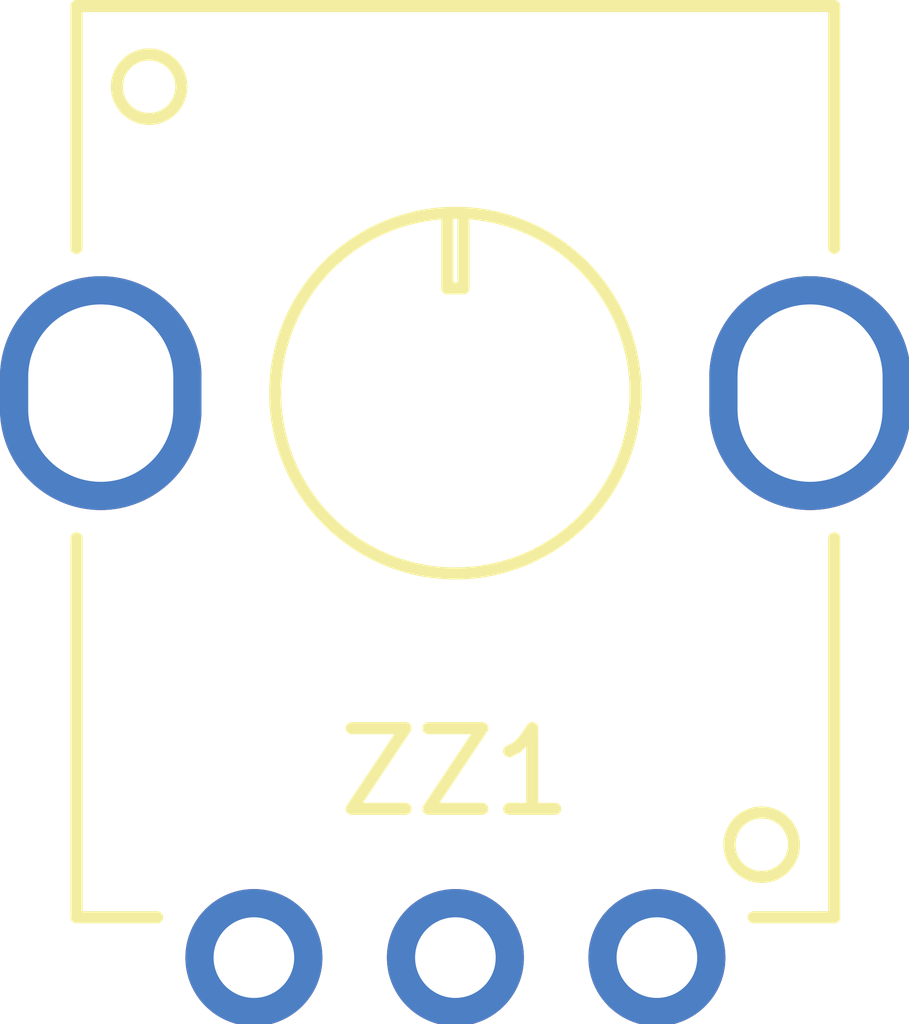
<source format=kicad_pcb>
(kicad_pcb (version 20171130) (host pcbnew "(5.1.9-0-10_14)")

  (general
    (thickness 1.6)
    (drawings 0)
    (tracks 0)
    (zones 0)
    (modules 1)
    (nets 4)
  )

  (page A4)
  (layers
    (0 F.Cu signal)
    (31 B.Cu signal)
    (32 B.Adhes user)
    (33 F.Adhes user)
    (34 B.Paste user)
    (35 F.Paste user)
    (36 B.SilkS user)
    (37 F.SilkS user)
    (38 B.Mask user)
    (39 F.Mask user)
    (40 Dwgs.User user)
    (41 Cmts.User user)
    (42 Eco1.User user)
    (43 Eco2.User user)
    (44 Edge.Cuts user)
    (45 Margin user)
    (46 B.CrtYd user hide)
    (47 F.CrtYd user hide)
    (48 B.Fab user hide)
    (49 F.Fab user hide)
  )

  (setup
    (last_trace_width 0.1524)
    (user_trace_width 0.1524)
    (user_trace_width 0.254)
    (user_trace_width 0.4064)
    (user_trace_width 0.635)
    (trace_clearance 0.1524)
    (zone_clearance 0.508)
    (zone_45_only no)
    (trace_min 0.1524)
    (via_size 0.6858)
    (via_drill 0.3048)
    (via_min_size 0.6858)
    (via_min_drill 0.3048)
    (uvia_size 0.3048)
    (uvia_drill 0.1524)
    (uvias_allowed no)
    (uvia_min_size 0.2)
    (uvia_min_drill 0.1)
    (edge_width 0.15)
    (segment_width 0.2)
    (pcb_text_width 0.3)
    (pcb_text_size 1.5 1.5)
    (mod_edge_width 0.15)
    (mod_text_size 1 1)
    (mod_text_width 0.15)
    (pad_size 1.7 1.7)
    (pad_drill 1)
    (pad_to_mask_clearance 0.2)
    (aux_axis_origin 0 0)
    (visible_elements FFFFFF7F)
    (pcbplotparams
      (layerselection 0x010fc_ffffffff)
      (usegerberextensions false)
      (usegerberattributes false)
      (usegerberadvancedattributes false)
      (creategerberjobfile false)
      (excludeedgelayer true)
      (linewidth 0.100000)
      (plotframeref false)
      (viasonmask false)
      (mode 1)
      (useauxorigin false)
      (hpglpennumber 1)
      (hpglpenspeed 20)
      (hpglpendiameter 15.000000)
      (psnegative false)
      (psa4output false)
      (plotreference true)
      (plotvalue true)
      (plotinvisibletext false)
      (padsonsilk false)
      (subtractmaskfromsilk false)
      (outputformat 1)
      (mirror false)
      (drillshape 1)
      (scaleselection 1)
      (outputdirectory ""))
  )

  (net 0 "")
  (net 1 +3V3)
  (net 2 GND)
  (net 3 "Net-(Pin0-Pad1)")

  (net_class Default "This is the default net class."
    (clearance 0.1524)
    (trace_width 0.1524)
    (via_dia 0.6858)
    (via_drill 0.3048)
    (uvia_dia 0.3048)
    (uvia_drill 0.1524)
    (diff_pair_width 0.1524)
    (diff_pair_gap 0.1524)
    (add_net +3V3)
    (add_net GND)
    (add_net "Net-(Pin0-Pad1)")
  )

  (module Potentiometer_Thonk:SongHueiTallTrim9 locked (layer F.Cu) (tedit 60CF9AEC) (tstamp 6089D55B)
    (at 0 0)
    (path /5FCAE65B)
    (fp_text reference ZZ1 (at 0 4.7) (layer F.SilkS)
      (effects (font (size 1 1) (thickness 0.15)))
    )
    (fp_text value 100k (at 0 10.1) (layer F.Fab)
      (effects (font (size 1 1) (thickness 0.15)))
    )
    (fp_line (start -0.1 -2.2) (end -0.1 -1.3) (layer F.SilkS) (width 0.15))
    (fp_line (start -0.1 -1.3) (end 0.1 -1.3) (layer F.SilkS) (width 0.15))
    (fp_line (start 0.1 -1.3) (end 0.1 -2.2) (layer F.SilkS) (width 0.15))
    (fp_circle (center 0 0) (end 2.2 0.4) (layer F.SilkS) (width 0.15))
    (fp_circle (center 3.8 5.6) (end 4.2 5.6) (layer F.SilkS) (width 0.15))
    (fp_circle (center -3.8 -3.8) (end -4.2 -3.8) (layer F.SilkS) (width 0.15))
    (fp_line (start 3.7 6.5) (end 4.7 6.5) (layer F.SilkS) (width 0.15))
    (fp_line (start 4.7 1.8) (end 4.7 6.5) (layer F.SilkS) (width 0.15))
    (fp_line (start -4.7 1.8) (end -4.7 6.5) (layer F.SilkS) (width 0.15))
    (fp_line (start -4.7 6.5) (end -3.7 6.5) (layer F.SilkS) (width 0.15))
    (fp_line (start -4.7 -4.8) (end -4.7 -1.8) (layer F.SilkS) (width 0.15))
    (fp_line (start 4.7 -4.8) (end 4.7 -1.8) (layer F.SilkS) (width 0.15))
    (fp_line (start -4.7 -4.8) (end 4.7 -4.8) (layer F.SilkS) (width 0.15))
    (pad "" thru_hole oval (at 4.4 0) (size 2.5 2.9) (drill oval 1.8 2.2) (layers *.Cu *.Mask))
    (pad 3 thru_hole oval (at 2.5 7) (size 1.7 1.7) (drill 1) (layers *.Cu *.Mask)
      (net 1 +3V3))
    (pad 2 thru_hole oval (at 0 7) (size 1.7 1.7) (drill 1) (layers *.Cu *.Mask)
      (net 3 "Net-(Pin0-Pad1)"))
    (pad 1 thru_hole oval (at -2.5 7) (size 1.7 1.7) (drill 1) (layers *.Cu *.Mask)
      (net 2 GND))
    (pad "" thru_hole oval (at -4.4 0) (size 2.5 2.9) (drill oval 1.8 2.2) (layers *.Cu *.Mask))
  )

)

</source>
